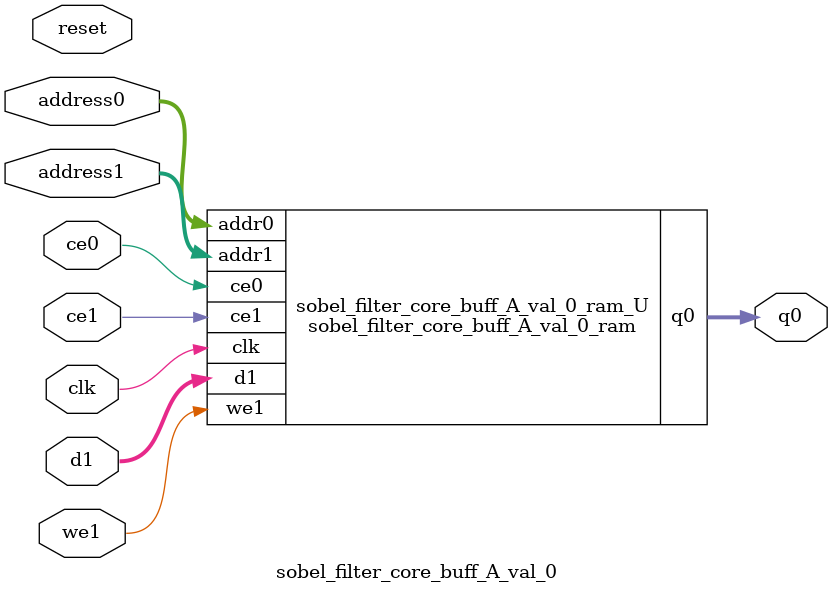
<source format=v>

`timescale 1 ns / 1 ps
module sobel_filter_core_buff_A_val_0_ram (addr0, ce0, q0, addr1, ce1, d1, we1,  clk);

parameter DWIDTH = 8;
parameter AWIDTH = 11;
parameter MEM_SIZE = 1920;

input[AWIDTH-1:0] addr0;
input ce0;
output reg[DWIDTH-1:0] q0;
input[AWIDTH-1:0] addr1;
input ce1;
input[DWIDTH-1:0] d1;
input we1;
input clk;

(* ram_style = "block" *)reg [DWIDTH-1:0] ram[MEM_SIZE-1:0];




always @(posedge clk)  
begin 
    if (ce0) 
    begin
            q0 <= ram[addr0];
    end
end


always @(posedge clk)  
begin 
    if (ce1) 
    begin
        if (we1) 
        begin 
            ram[addr1] <= d1; 
        end 
    end
end


endmodule


`timescale 1 ns / 1 ps
module sobel_filter_core_buff_A_val_0(
    reset,
    clk,
    address0,
    ce0,
    q0,
    address1,
    ce1,
    we1,
    d1);

parameter DataWidth = 32'd8;
parameter AddressRange = 32'd1920;
parameter AddressWidth = 32'd11;
input reset;
input clk;
input[AddressWidth - 1:0] address0;
input ce0;
output[DataWidth - 1:0] q0;
input[AddressWidth - 1:0] address1;
input ce1;
input we1;
input[DataWidth - 1:0] d1;




sobel_filter_core_buff_A_val_0_ram sobel_filter_core_buff_A_val_0_ram_U(
    .clk( clk ),
    .addr0( address0 ),
    .ce0( ce0 ),
    .q0( q0 ),
    .addr1( address1 ),
    .ce1( ce1 ),
    .d1( d1 ),
    .we1( we1 ));

endmodule


</source>
